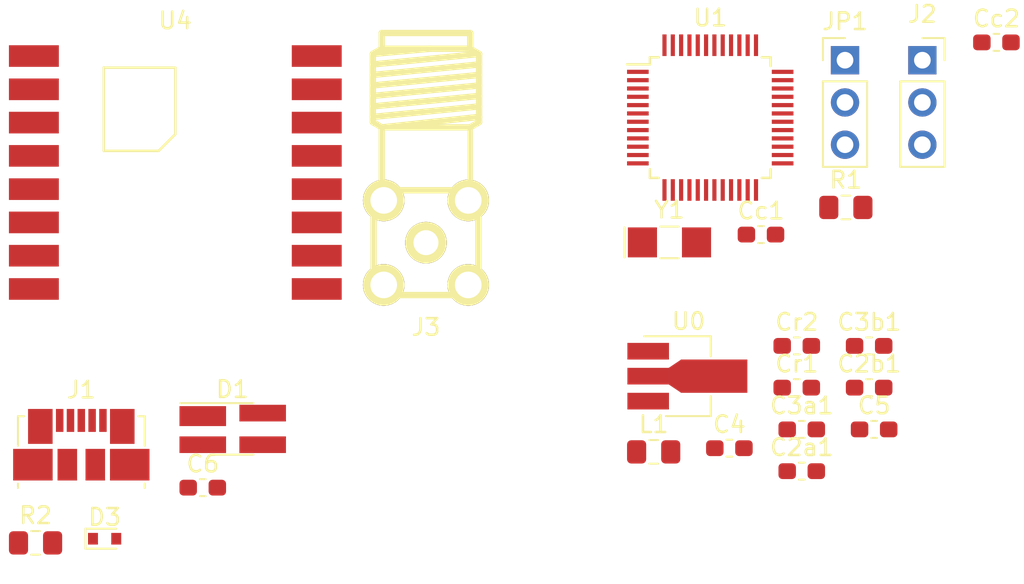
<source format=kicad_pcb>
(kicad_pcb (version 20171130) (host pcbnew 6.0.0-rc1-unknown-ce34a71~66~ubuntu18.04.1)

  (general
    (thickness 1.6)
    (drawings 0)
    (tracks 0)
    (zones 0)
    (modules 24)
    (nets 58)
  )

  (page A4)
  (layers
    (0 F.Cu signal)
    (31 B.Cu signal)
    (32 B.Adhes user)
    (33 F.Adhes user)
    (34 B.Paste user)
    (35 F.Paste user)
    (36 B.SilkS user)
    (37 F.SilkS user)
    (38 B.Mask user)
    (39 F.Mask user)
    (40 Dwgs.User user)
    (41 Cmts.User user)
    (42 Eco1.User user)
    (43 Eco2.User user)
    (44 Edge.Cuts user)
    (45 Margin user)
    (46 B.CrtYd user)
    (47 F.CrtYd user)
    (48 B.Fab user)
    (49 F.Fab user)
  )

  (setup
    (last_trace_width 0.25)
    (trace_clearance 0.2)
    (zone_clearance 0.508)
    (zone_45_only no)
    (trace_min 0.2)
    (via_size 0.8)
    (via_drill 0.4)
    (via_min_size 0.4)
    (via_min_drill 0.3)
    (uvia_size 0.3)
    (uvia_drill 0.1)
    (uvias_allowed no)
    (uvia_min_size 0.2)
    (uvia_min_drill 0.1)
    (edge_width 0.05)
    (segment_width 0.2)
    (pcb_text_width 0.3)
    (pcb_text_size 1.5 1.5)
    (mod_edge_width 0.12)
    (mod_text_size 1 1)
    (mod_text_width 0.15)
    (pad_size 1.524 1.524)
    (pad_drill 0.762)
    (pad_to_mask_clearance 0.051)
    (solder_mask_min_width 0.25)
    (aux_axis_origin 0 0)
    (visible_elements FFFFFF7F)
    (pcbplotparams
      (layerselection 0x010fc_ffffffff)
      (usegerberextensions false)
      (usegerberattributes false)
      (usegerberadvancedattributes false)
      (creategerberjobfile false)
      (excludeedgelayer true)
      (linewidth 0.100000)
      (plotframeref false)
      (viasonmask false)
      (mode 1)
      (useauxorigin false)
      (hpglpennumber 1)
      (hpglpenspeed 20)
      (hpglpendiameter 15.000000)
      (psnegative false)
      (psa4output false)
      (plotreference true)
      (plotvalue true)
      (plotinvisibletext false)
      (padsonsilk false)
      (subtractmaskfromsilk false)
      (outputformat 1)
      (mirror false)
      (drillshape 1)
      (scaleselection 1)
      (outputdirectory ""))
  )

  (net 0 "")
  (net 1 /3V3)
  (net 2 GND)
  (net 3 /VDDCORE)
  (net 4 "Net-(C6-Pad1)")
  (net 5 /VDDANA)
  (net 6 /XIN32)
  (net 7 /XOUT32)
  (net 8 /5V0)
  (net 9 /USB_P)
  (net 10 /USB_N)
  (net 11 /VBUS)
  (net 12 /USB_ID)
  (net 13 /USB/ID)
  (net 14 /SWDIO)
  (net 15 /SWCLK)
  (net 16 /RESET)
  (net 17 "Net-(J3-Pad1)")
  (net 18 /VIN)
  (net 19 /A0)
  (net 20 /AREF)
  (net 21 /LED)
  (net 22 /PB09)
  (net 23 /A3)
  (net 24 /A4)
  (net 25 /A5)
  (net 26 /A6)
  (net 27 /SDA)
  (net 28 /SCL)
  (net 29 /PIN_2)
  (net 30 /PIN_3)
  (net 31 /PIN_4)
  (net 32 /PIN_5)
  (net 33 /SD_MOSI)
  (net 34 /SD_SCK)
  (net 35 /SD_NSS)
  (net 36 /SD_MISO)
  (net 37 /MOSI)
  (net 38 /SCK)
  (net 39 /MISO)
  (net 40 /PIN_6)
  (net 41 /PIN_7)
  (net 42 /PIN_0)
  (net 43 /PIN_1)
  (net 44 /TX)
  (net 45 /RX)
  (net 46 /SD_CD)
  (net 47 /PA28)
  (net 48 /A1)
  (net 49 /A2)
  (net 50 /TRX_NSS)
  (net 51 /TRX_RST)
  (net 52 /Communication/DIO5)
  (net 53 /Communication/DIO3)
  (net 54 /Communication/DIO4)
  (net 55 /TRX_INT)
  (net 56 /Communication/DIO1)
  (net 57 /Communication/DIO2)

  (net_class Default "This is the default net class."
    (clearance 0.2)
    (trace_width 0.25)
    (via_dia 0.8)
    (via_drill 0.4)
    (uvia_dia 0.3)
    (uvia_drill 0.1)
    (add_net /3V3)
    (add_net /5V0)
    (add_net /A0)
    (add_net /A1)
    (add_net /A2)
    (add_net /A3)
    (add_net /A4)
    (add_net /A5)
    (add_net /A6)
    (add_net /AREF)
    (add_net /Communication/DIO1)
    (add_net /Communication/DIO2)
    (add_net /Communication/DIO3)
    (add_net /Communication/DIO4)
    (add_net /Communication/DIO5)
    (add_net /LED)
    (add_net /MISO)
    (add_net /MOSI)
    (add_net /PA28)
    (add_net /PB09)
    (add_net /PIN_0)
    (add_net /PIN_1)
    (add_net /PIN_2)
    (add_net /PIN_3)
    (add_net /PIN_4)
    (add_net /PIN_5)
    (add_net /PIN_6)
    (add_net /PIN_7)
    (add_net /RESET)
    (add_net /RX)
    (add_net /SCK)
    (add_net /SCL)
    (add_net /SDA)
    (add_net /SD_CD)
    (add_net /SD_MISO)
    (add_net /SD_MOSI)
    (add_net /SD_NSS)
    (add_net /SD_SCK)
    (add_net /SWCLK)
    (add_net /SWDIO)
    (add_net /TRX_INT)
    (add_net /TRX_NSS)
    (add_net /TRX_RST)
    (add_net /TX)
    (add_net /USB/ID)
    (add_net /USB_ID)
    (add_net /USB_N)
    (add_net /USB_P)
    (add_net /VBUS)
    (add_net /VDDANA)
    (add_net /VDDCORE)
    (add_net /VIN)
    (add_net /XIN32)
    (add_net /XOUT32)
    (add_net GND)
    (add_net "Net-(C6-Pad1)")
    (add_net "Net-(J3-Pad1)")
  )

  (net_class uC ""
    (clearance 0.2)
    (trace_width 0.25)
    (via_dia 1)
    (via_drill 0.7)
    (uvia_dia 0.3)
    (uvia_drill 0.1)
  )

  (module Capacitor_SMD:C_0603_1608Metric_Pad1.05x0.95mm_HandSolder (layer F.Cu) (tedit 5B301BBE) (tstamp 5BD3C7F6)
    (at 182.575001 90.245001)
    (descr "Capacitor SMD 0603 (1608 Metric), square (rectangular) end terminal, IPC_7351 nominal with elongated pad for handsoldering. (Body size source: http://www.tortai-tech.com/upload/download/2011102023233369053.pdf), generated with kicad-footprint-generator")
    (tags "capacitor handsolder")
    (path /5B6351C6/5B635382)
    (attr smd)
    (fp_text reference C4 (at 0 -1.43) (layer F.SilkS)
      (effects (font (size 1 1) (thickness 0.15)))
    )
    (fp_text value 10uF (at 0 1.43) (layer F.Fab)
      (effects (font (size 1 1) (thickness 0.15)))
    )
    (fp_line (start -0.8 0.4) (end -0.8 -0.4) (layer F.Fab) (width 0.1))
    (fp_line (start -0.8 -0.4) (end 0.8 -0.4) (layer F.Fab) (width 0.1))
    (fp_line (start 0.8 -0.4) (end 0.8 0.4) (layer F.Fab) (width 0.1))
    (fp_line (start 0.8 0.4) (end -0.8 0.4) (layer F.Fab) (width 0.1))
    (fp_line (start -0.171267 -0.51) (end 0.171267 -0.51) (layer F.SilkS) (width 0.12))
    (fp_line (start -0.171267 0.51) (end 0.171267 0.51) (layer F.SilkS) (width 0.12))
    (fp_line (start -1.65 0.73) (end -1.65 -0.73) (layer F.CrtYd) (width 0.05))
    (fp_line (start -1.65 -0.73) (end 1.65 -0.73) (layer F.CrtYd) (width 0.05))
    (fp_line (start 1.65 -0.73) (end 1.65 0.73) (layer F.CrtYd) (width 0.05))
    (fp_line (start 1.65 0.73) (end -1.65 0.73) (layer F.CrtYd) (width 0.05))
    (fp_text user %R (at 0 0) (layer F.Fab)
      (effects (font (size 0.4 0.4) (thickness 0.06)))
    )
    (pad 1 smd roundrect (at -0.875 0) (size 1.05 0.95) (layers F.Cu F.Paste F.Mask) (roundrect_rratio 0.25)
      (net 1 /3V3))
    (pad 2 smd roundrect (at 0.875 0) (size 1.05 0.95) (layers F.Cu F.Paste F.Mask) (roundrect_rratio 0.25)
      (net 2 GND))
    (model ${KISYS3DMOD}/Capacitor_SMD.3dshapes/C_0603_1608Metric.wrl
      (at (xyz 0 0 0))
      (scale (xyz 1 1 1))
      (rotate (xyz 0 0 0))
    )
  )

  (module Capacitor_SMD:C_0603_1608Metric_Pad1.05x0.95mm_HandSolder (layer F.Cu) (tedit 5B301BBE) (tstamp 5BD3C807)
    (at 191.275001 89.115001)
    (descr "Capacitor SMD 0603 (1608 Metric), square (rectangular) end terminal, IPC_7351 nominal with elongated pad for handsoldering. (Body size source: http://www.tortai-tech.com/upload/download/2011102023233369053.pdf), generated with kicad-footprint-generator")
    (tags "capacitor handsolder")
    (path /5B6351C6/5B635301)
    (attr smd)
    (fp_text reference C5 (at 0 -1.43) (layer F.SilkS)
      (effects (font (size 1 1) (thickness 0.15)))
    )
    (fp_text value 1uF (at 0 1.43) (layer F.Fab)
      (effects (font (size 1 1) (thickness 0.15)))
    )
    (fp_line (start -0.8 0.4) (end -0.8 -0.4) (layer F.Fab) (width 0.1))
    (fp_line (start -0.8 -0.4) (end 0.8 -0.4) (layer F.Fab) (width 0.1))
    (fp_line (start 0.8 -0.4) (end 0.8 0.4) (layer F.Fab) (width 0.1))
    (fp_line (start 0.8 0.4) (end -0.8 0.4) (layer F.Fab) (width 0.1))
    (fp_line (start -0.171267 -0.51) (end 0.171267 -0.51) (layer F.SilkS) (width 0.12))
    (fp_line (start -0.171267 0.51) (end 0.171267 0.51) (layer F.SilkS) (width 0.12))
    (fp_line (start -1.65 0.73) (end -1.65 -0.73) (layer F.CrtYd) (width 0.05))
    (fp_line (start -1.65 -0.73) (end 1.65 -0.73) (layer F.CrtYd) (width 0.05))
    (fp_line (start 1.65 -0.73) (end 1.65 0.73) (layer F.CrtYd) (width 0.05))
    (fp_line (start 1.65 0.73) (end -1.65 0.73) (layer F.CrtYd) (width 0.05))
    (fp_text user %R (at 0 0) (layer F.Fab)
      (effects (font (size 0.4 0.4) (thickness 0.06)))
    )
    (pad 1 smd roundrect (at -0.875 0) (size 1.05 0.95) (layers F.Cu F.Paste F.Mask) (roundrect_rratio 0.25)
      (net 3 /VDDCORE))
    (pad 2 smd roundrect (at 0.875 0) (size 1.05 0.95) (layers F.Cu F.Paste F.Mask) (roundrect_rratio 0.25)
      (net 2 GND))
    (model ${KISYS3DMOD}/Capacitor_SMD.3dshapes/C_0603_1608Metric.wrl
      (at (xyz 0 0 0))
      (scale (xyz 1 1 1))
      (rotate (xyz 0 0 0))
    )
  )

  (module Capacitor_SMD:C_0603_1608Metric_Pad1.05x0.95mm_HandSolder (layer F.Cu) (tedit 5B301BBE) (tstamp 5BD3C818)
    (at 150.925001 92.615001)
    (descr "Capacitor SMD 0603 (1608 Metric), square (rectangular) end terminal, IPC_7351 nominal with elongated pad for handsoldering. (Body size source: http://www.tortai-tech.com/upload/download/2011102023233369053.pdf), generated with kicad-footprint-generator")
    (tags "capacitor handsolder")
    (path /5B626331/5B62BE71)
    (attr smd)
    (fp_text reference C6 (at 0 -1.43) (layer F.SilkS)
      (effects (font (size 1 1) (thickness 0.15)))
    )
    (fp_text value 4.7nF (at 0 1.43) (layer F.Fab)
      (effects (font (size 1 1) (thickness 0.15)))
    )
    (fp_text user %R (at 0 0) (layer F.Fab)
      (effects (font (size 0.4 0.4) (thickness 0.06)))
    )
    (fp_line (start 1.65 0.73) (end -1.65 0.73) (layer F.CrtYd) (width 0.05))
    (fp_line (start 1.65 -0.73) (end 1.65 0.73) (layer F.CrtYd) (width 0.05))
    (fp_line (start -1.65 -0.73) (end 1.65 -0.73) (layer F.CrtYd) (width 0.05))
    (fp_line (start -1.65 0.73) (end -1.65 -0.73) (layer F.CrtYd) (width 0.05))
    (fp_line (start -0.171267 0.51) (end 0.171267 0.51) (layer F.SilkS) (width 0.12))
    (fp_line (start -0.171267 -0.51) (end 0.171267 -0.51) (layer F.SilkS) (width 0.12))
    (fp_line (start 0.8 0.4) (end -0.8 0.4) (layer F.Fab) (width 0.1))
    (fp_line (start 0.8 -0.4) (end 0.8 0.4) (layer F.Fab) (width 0.1))
    (fp_line (start -0.8 -0.4) (end 0.8 -0.4) (layer F.Fab) (width 0.1))
    (fp_line (start -0.8 0.4) (end -0.8 -0.4) (layer F.Fab) (width 0.1))
    (pad 2 smd roundrect (at 0.875 0) (size 1.05 0.95) (layers F.Cu F.Paste F.Mask) (roundrect_rratio 0.25)
      (net 2 GND))
    (pad 1 smd roundrect (at -0.875 0) (size 1.05 0.95) (layers F.Cu F.Paste F.Mask) (roundrect_rratio 0.25)
      (net 4 "Net-(C6-Pad1)"))
    (model ${KISYS3DMOD}/Capacitor_SMD.3dshapes/C_0603_1608Metric.wrl
      (at (xyz 0 0 0))
      (scale (xyz 1 1 1))
      (rotate (xyz 0 0 0))
    )
  )

  (module Capacitor_SMD:C_0603_1608Metric_Pad1.05x0.95mm_HandSolder (layer F.Cu) (tedit 5B301BBE) (tstamp 5BD3C829)
    (at 186.925001 91.625001)
    (descr "Capacitor SMD 0603 (1608 Metric), square (rectangular) end terminal, IPC_7351 nominal with elongated pad for handsoldering. (Body size source: http://www.tortai-tech.com/upload/download/2011102023233369053.pdf), generated with kicad-footprint-generator")
    (tags "capacitor handsolder")
    (path /5B6351C6/5B635342)
    (attr smd)
    (fp_text reference C2a1 (at 0 -1.43) (layer F.SilkS)
      (effects (font (size 1 1) (thickness 0.15)))
    )
    (fp_text value 10uF (at 0 1.43) (layer F.Fab)
      (effects (font (size 1 1) (thickness 0.15)))
    )
    (fp_text user %R (at 0 0) (layer F.Fab)
      (effects (font (size 0.4 0.4) (thickness 0.06)))
    )
    (fp_line (start 1.65 0.73) (end -1.65 0.73) (layer F.CrtYd) (width 0.05))
    (fp_line (start 1.65 -0.73) (end 1.65 0.73) (layer F.CrtYd) (width 0.05))
    (fp_line (start -1.65 -0.73) (end 1.65 -0.73) (layer F.CrtYd) (width 0.05))
    (fp_line (start -1.65 0.73) (end -1.65 -0.73) (layer F.CrtYd) (width 0.05))
    (fp_line (start -0.171267 0.51) (end 0.171267 0.51) (layer F.SilkS) (width 0.12))
    (fp_line (start -0.171267 -0.51) (end 0.171267 -0.51) (layer F.SilkS) (width 0.12))
    (fp_line (start 0.8 0.4) (end -0.8 0.4) (layer F.Fab) (width 0.1))
    (fp_line (start 0.8 -0.4) (end 0.8 0.4) (layer F.Fab) (width 0.1))
    (fp_line (start -0.8 -0.4) (end 0.8 -0.4) (layer F.Fab) (width 0.1))
    (fp_line (start -0.8 0.4) (end -0.8 -0.4) (layer F.Fab) (width 0.1))
    (pad 2 smd roundrect (at 0.875 0) (size 1.05 0.95) (layers F.Cu F.Paste F.Mask) (roundrect_rratio 0.25)
      (net 2 GND))
    (pad 1 smd roundrect (at -0.875 0) (size 1.05 0.95) (layers F.Cu F.Paste F.Mask) (roundrect_rratio 0.25)
      (net 5 /VDDANA))
    (model ${KISYS3DMOD}/Capacitor_SMD.3dshapes/C_0603_1608Metric.wrl
      (at (xyz 0 0 0))
      (scale (xyz 1 1 1))
      (rotate (xyz 0 0 0))
    )
  )

  (module Capacitor_SMD:C_0603_1608Metric_Pad1.05x0.95mm_HandSolder (layer F.Cu) (tedit 5B301BBE) (tstamp 5BD3C83A)
    (at 190.975001 86.605001)
    (descr "Capacitor SMD 0603 (1608 Metric), square (rectangular) end terminal, IPC_7351 nominal with elongated pad for handsoldering. (Body size source: http://www.tortai-tech.com/upload/download/2011102023233369053.pdf), generated with kicad-footprint-generator")
    (tags "capacitor handsolder")
    (path /5B6351C6/5B635202)
    (attr smd)
    (fp_text reference C2b1 (at 0 -1.43) (layer F.SilkS)
      (effects (font (size 1 1) (thickness 0.15)))
    )
    (fp_text value 100nF (at 0 1.43) (layer F.Fab)
      (effects (font (size 1 1) (thickness 0.15)))
    )
    (fp_text user %R (at 0 0) (layer F.Fab)
      (effects (font (size 0.4 0.4) (thickness 0.06)))
    )
    (fp_line (start 1.65 0.73) (end -1.65 0.73) (layer F.CrtYd) (width 0.05))
    (fp_line (start 1.65 -0.73) (end 1.65 0.73) (layer F.CrtYd) (width 0.05))
    (fp_line (start -1.65 -0.73) (end 1.65 -0.73) (layer F.CrtYd) (width 0.05))
    (fp_line (start -1.65 0.73) (end -1.65 -0.73) (layer F.CrtYd) (width 0.05))
    (fp_line (start -0.171267 0.51) (end 0.171267 0.51) (layer F.SilkS) (width 0.12))
    (fp_line (start -0.171267 -0.51) (end 0.171267 -0.51) (layer F.SilkS) (width 0.12))
    (fp_line (start 0.8 0.4) (end -0.8 0.4) (layer F.Fab) (width 0.1))
    (fp_line (start 0.8 -0.4) (end 0.8 0.4) (layer F.Fab) (width 0.1))
    (fp_line (start -0.8 -0.4) (end 0.8 -0.4) (layer F.Fab) (width 0.1))
    (fp_line (start -0.8 0.4) (end -0.8 -0.4) (layer F.Fab) (width 0.1))
    (pad 2 smd roundrect (at 0.875 0) (size 1.05 0.95) (layers F.Cu F.Paste F.Mask) (roundrect_rratio 0.25)
      (net 2 GND))
    (pad 1 smd roundrect (at -0.875 0) (size 1.05 0.95) (layers F.Cu F.Paste F.Mask) (roundrect_rratio 0.25)
      (net 5 /VDDANA))
    (model ${KISYS3DMOD}/Capacitor_SMD.3dshapes/C_0603_1608Metric.wrl
      (at (xyz 0 0 0))
      (scale (xyz 1 1 1))
      (rotate (xyz 0 0 0))
    )
  )

  (module Capacitor_SMD:C_0603_1608Metric_Pad1.05x0.95mm_HandSolder (layer F.Cu) (tedit 5B301BBE) (tstamp 5BD3C84B)
    (at 186.925001 89.115001)
    (descr "Capacitor SMD 0603 (1608 Metric), square (rectangular) end terminal, IPC_7351 nominal with elongated pad for handsoldering. (Body size source: http://www.tortai-tech.com/upload/download/2011102023233369053.pdf), generated with kicad-footprint-generator")
    (tags "capacitor handsolder")
    (path /5B6351C6/5B6353CA)
    (attr smd)
    (fp_text reference C3a1 (at 0 -1.43) (layer F.SilkS)
      (effects (font (size 1 1) (thickness 0.15)))
    )
    (fp_text value 100nF (at 0 1.43) (layer F.Fab)
      (effects (font (size 1 1) (thickness 0.15)))
    )
    (fp_text user %R (at 0 0) (layer F.Fab)
      (effects (font (size 0.4 0.4) (thickness 0.06)))
    )
    (fp_line (start 1.65 0.73) (end -1.65 0.73) (layer F.CrtYd) (width 0.05))
    (fp_line (start 1.65 -0.73) (end 1.65 0.73) (layer F.CrtYd) (width 0.05))
    (fp_line (start -1.65 -0.73) (end 1.65 -0.73) (layer F.CrtYd) (width 0.05))
    (fp_line (start -1.65 0.73) (end -1.65 -0.73) (layer F.CrtYd) (width 0.05))
    (fp_line (start -0.171267 0.51) (end 0.171267 0.51) (layer F.SilkS) (width 0.12))
    (fp_line (start -0.171267 -0.51) (end 0.171267 -0.51) (layer F.SilkS) (width 0.12))
    (fp_line (start 0.8 0.4) (end -0.8 0.4) (layer F.Fab) (width 0.1))
    (fp_line (start 0.8 -0.4) (end 0.8 0.4) (layer F.Fab) (width 0.1))
    (fp_line (start -0.8 -0.4) (end 0.8 -0.4) (layer F.Fab) (width 0.1))
    (fp_line (start -0.8 0.4) (end -0.8 -0.4) (layer F.Fab) (width 0.1))
    (pad 2 smd roundrect (at 0.875 0) (size 1.05 0.95) (layers F.Cu F.Paste F.Mask) (roundrect_rratio 0.25)
      (net 2 GND))
    (pad 1 smd roundrect (at -0.875 0) (size 1.05 0.95) (layers F.Cu F.Paste F.Mask) (roundrect_rratio 0.25)
      (net 1 /3V3))
    (model ${KISYS3DMOD}/Capacitor_SMD.3dshapes/C_0603_1608Metric.wrl
      (at (xyz 0 0 0))
      (scale (xyz 1 1 1))
      (rotate (xyz 0 0 0))
    )
  )

  (module Capacitor_SMD:C_0603_1608Metric_Pad1.05x0.95mm_HandSolder (layer F.Cu) (tedit 5B301BBE) (tstamp 5BD3C85C)
    (at 190.975001 84.095001)
    (descr "Capacitor SMD 0603 (1608 Metric), square (rectangular) end terminal, IPC_7351 nominal with elongated pad for handsoldering. (Body size source: http://www.tortai-tech.com/upload/download/2011102023233369053.pdf), generated with kicad-footprint-generator")
    (tags "capacitor handsolder")
    (path /5B6351C6/5B6353F2)
    (attr smd)
    (fp_text reference C3b1 (at 0 -1.43) (layer F.SilkS)
      (effects (font (size 1 1) (thickness 0.15)))
    )
    (fp_text value 100nF (at 0 1.43) (layer F.Fab)
      (effects (font (size 1 1) (thickness 0.15)))
    )
    (fp_line (start -0.8 0.4) (end -0.8 -0.4) (layer F.Fab) (width 0.1))
    (fp_line (start -0.8 -0.4) (end 0.8 -0.4) (layer F.Fab) (width 0.1))
    (fp_line (start 0.8 -0.4) (end 0.8 0.4) (layer F.Fab) (width 0.1))
    (fp_line (start 0.8 0.4) (end -0.8 0.4) (layer F.Fab) (width 0.1))
    (fp_line (start -0.171267 -0.51) (end 0.171267 -0.51) (layer F.SilkS) (width 0.12))
    (fp_line (start -0.171267 0.51) (end 0.171267 0.51) (layer F.SilkS) (width 0.12))
    (fp_line (start -1.65 0.73) (end -1.65 -0.73) (layer F.CrtYd) (width 0.05))
    (fp_line (start -1.65 -0.73) (end 1.65 -0.73) (layer F.CrtYd) (width 0.05))
    (fp_line (start 1.65 -0.73) (end 1.65 0.73) (layer F.CrtYd) (width 0.05))
    (fp_line (start 1.65 0.73) (end -1.65 0.73) (layer F.CrtYd) (width 0.05))
    (fp_text user %R (at 0 0) (layer F.Fab)
      (effects (font (size 0.4 0.4) (thickness 0.06)))
    )
    (pad 1 smd roundrect (at -0.875 0) (size 1.05 0.95) (layers F.Cu F.Paste F.Mask) (roundrect_rratio 0.25)
      (net 1 /3V3))
    (pad 2 smd roundrect (at 0.875 0) (size 1.05 0.95) (layers F.Cu F.Paste F.Mask) (roundrect_rratio 0.25)
      (net 2 GND))
    (model ${KISYS3DMOD}/Capacitor_SMD.3dshapes/C_0603_1608Metric.wrl
      (at (xyz 0 0 0))
      (scale (xyz 1 1 1))
      (rotate (xyz 0 0 0))
    )
  )

  (module Capacitor_SMD:C_0603_1608Metric_Pad1.05x0.95mm_HandSolder (layer F.Cu) (tedit 5B301BBE) (tstamp 5BD3C86D)
    (at 184.475001 77.405001)
    (descr "Capacitor SMD 0603 (1608 Metric), square (rectangular) end terminal, IPC_7351 nominal with elongated pad for handsoldering. (Body size source: http://www.tortai-tech.com/upload/download/2011102023233369053.pdf), generated with kicad-footprint-generator")
    (tags "capacitor handsolder")
    (path /5B653719)
    (attr smd)
    (fp_text reference Cc1 (at 0 -1.43) (layer F.SilkS)
      (effects (font (size 1 1) (thickness 0.15)))
    )
    (fp_text value 9pF (at 0 1.43) (layer F.Fab)
      (effects (font (size 1 1) (thickness 0.15)))
    )
    (fp_line (start -0.8 0.4) (end -0.8 -0.4) (layer F.Fab) (width 0.1))
    (fp_line (start -0.8 -0.4) (end 0.8 -0.4) (layer F.Fab) (width 0.1))
    (fp_line (start 0.8 -0.4) (end 0.8 0.4) (layer F.Fab) (width 0.1))
    (fp_line (start 0.8 0.4) (end -0.8 0.4) (layer F.Fab) (width 0.1))
    (fp_line (start -0.171267 -0.51) (end 0.171267 -0.51) (layer F.SilkS) (width 0.12))
    (fp_line (start -0.171267 0.51) (end 0.171267 0.51) (layer F.SilkS) (width 0.12))
    (fp_line (start -1.65 0.73) (end -1.65 -0.73) (layer F.CrtYd) (width 0.05))
    (fp_line (start -1.65 -0.73) (end 1.65 -0.73) (layer F.CrtYd) (width 0.05))
    (fp_line (start 1.65 -0.73) (end 1.65 0.73) (layer F.CrtYd) (width 0.05))
    (fp_line (start 1.65 0.73) (end -1.65 0.73) (layer F.CrtYd) (width 0.05))
    (fp_text user %R (at 0 0) (layer F.Fab)
      (effects (font (size 0.4 0.4) (thickness 0.06)))
    )
    (pad 1 smd roundrect (at -0.875 0) (size 1.05 0.95) (layers F.Cu F.Paste F.Mask) (roundrect_rratio 0.25)
      (net 6 /XIN32))
    (pad 2 smd roundrect (at 0.875 0) (size 1.05 0.95) (layers F.Cu F.Paste F.Mask) (roundrect_rratio 0.25)
      (net 2 GND))
    (model ${KISYS3DMOD}/Capacitor_SMD.3dshapes/C_0603_1608Metric.wrl
      (at (xyz 0 0 0))
      (scale (xyz 1 1 1))
      (rotate (xyz 0 0 0))
    )
  )

  (module Capacitor_SMD:C_0603_1608Metric_Pad1.05x0.95mm_HandSolder (layer F.Cu) (tedit 5B301BBE) (tstamp 5BD3C87E)
    (at 198.625001 65.855001)
    (descr "Capacitor SMD 0603 (1608 Metric), square (rectangular) end terminal, IPC_7351 nominal with elongated pad for handsoldering. (Body size source: http://www.tortai-tech.com/upload/download/2011102023233369053.pdf), generated with kicad-footprint-generator")
    (tags "capacitor handsolder")
    (path /5B653749)
    (attr smd)
    (fp_text reference Cc2 (at 0 -1.43) (layer F.SilkS)
      (effects (font (size 1 1) (thickness 0.15)))
    )
    (fp_text value 9pF (at 0 1.43) (layer F.Fab)
      (effects (font (size 1 1) (thickness 0.15)))
    )
    (fp_line (start -0.8 0.4) (end -0.8 -0.4) (layer F.Fab) (width 0.1))
    (fp_line (start -0.8 -0.4) (end 0.8 -0.4) (layer F.Fab) (width 0.1))
    (fp_line (start 0.8 -0.4) (end 0.8 0.4) (layer F.Fab) (width 0.1))
    (fp_line (start 0.8 0.4) (end -0.8 0.4) (layer F.Fab) (width 0.1))
    (fp_line (start -0.171267 -0.51) (end 0.171267 -0.51) (layer F.SilkS) (width 0.12))
    (fp_line (start -0.171267 0.51) (end 0.171267 0.51) (layer F.SilkS) (width 0.12))
    (fp_line (start -1.65 0.73) (end -1.65 -0.73) (layer F.CrtYd) (width 0.05))
    (fp_line (start -1.65 -0.73) (end 1.65 -0.73) (layer F.CrtYd) (width 0.05))
    (fp_line (start 1.65 -0.73) (end 1.65 0.73) (layer F.CrtYd) (width 0.05))
    (fp_line (start 1.65 0.73) (end -1.65 0.73) (layer F.CrtYd) (width 0.05))
    (fp_text user %R (at 0 0) (layer F.Fab)
      (effects (font (size 0.4 0.4) (thickness 0.06)))
    )
    (pad 1 smd roundrect (at -0.875 0) (size 1.05 0.95) (layers F.Cu F.Paste F.Mask) (roundrect_rratio 0.25)
      (net 7 /XOUT32))
    (pad 2 smd roundrect (at 0.875 0) (size 1.05 0.95) (layers F.Cu F.Paste F.Mask) (roundrect_rratio 0.25)
      (net 2 GND))
    (model ${KISYS3DMOD}/Capacitor_SMD.3dshapes/C_0603_1608Metric.wrl
      (at (xyz 0 0 0))
      (scale (xyz 1 1 1))
      (rotate (xyz 0 0 0))
    )
  )

  (module Capacitor_SMD:C_0603_1608Metric_Pad1.05x0.95mm_HandSolder (layer F.Cu) (tedit 5B301BBE) (tstamp 5BD3C88F)
    (at 186.625001 86.605001)
    (descr "Capacitor SMD 0603 (1608 Metric), square (rectangular) end terminal, IPC_7351 nominal with elongated pad for handsoldering. (Body size source: http://www.tortai-tech.com/upload/download/2011102023233369053.pdf), generated with kicad-footprint-generator")
    (tags "capacitor handsolder")
    (path /5B6351C6/5BB30701)
    (attr smd)
    (fp_text reference Cr1 (at 0 -1.43) (layer F.SilkS)
      (effects (font (size 1 1) (thickness 0.15)))
    )
    (fp_text value 1uF (at 0 1.43) (layer F.Fab)
      (effects (font (size 1 1) (thickness 0.15)))
    )
    (fp_text user %R (at 0 0) (layer F.Fab)
      (effects (font (size 0.4 0.4) (thickness 0.06)))
    )
    (fp_line (start 1.65 0.73) (end -1.65 0.73) (layer F.CrtYd) (width 0.05))
    (fp_line (start 1.65 -0.73) (end 1.65 0.73) (layer F.CrtYd) (width 0.05))
    (fp_line (start -1.65 -0.73) (end 1.65 -0.73) (layer F.CrtYd) (width 0.05))
    (fp_line (start -1.65 0.73) (end -1.65 -0.73) (layer F.CrtYd) (width 0.05))
    (fp_line (start -0.171267 0.51) (end 0.171267 0.51) (layer F.SilkS) (width 0.12))
    (fp_line (start -0.171267 -0.51) (end 0.171267 -0.51) (layer F.SilkS) (width 0.12))
    (fp_line (start 0.8 0.4) (end -0.8 0.4) (layer F.Fab) (width 0.1))
    (fp_line (start 0.8 -0.4) (end 0.8 0.4) (layer F.Fab) (width 0.1))
    (fp_line (start -0.8 -0.4) (end 0.8 -0.4) (layer F.Fab) (width 0.1))
    (fp_line (start -0.8 0.4) (end -0.8 -0.4) (layer F.Fab) (width 0.1))
    (pad 2 smd roundrect (at 0.875 0) (size 1.05 0.95) (layers F.Cu F.Paste F.Mask) (roundrect_rratio 0.25)
      (net 2 GND))
    (pad 1 smd roundrect (at -0.875 0) (size 1.05 0.95) (layers F.Cu F.Paste F.Mask) (roundrect_rratio 0.25)
      (net 8 /5V0))
    (model ${KISYS3DMOD}/Capacitor_SMD.3dshapes/C_0603_1608Metric.wrl
      (at (xyz 0 0 0))
      (scale (xyz 1 1 1))
      (rotate (xyz 0 0 0))
    )
  )

  (module Capacitor_SMD:C_0603_1608Metric_Pad1.05x0.95mm_HandSolder (layer F.Cu) (tedit 5B301BBE) (tstamp 5BD3C8A0)
    (at 186.625001 84.095001)
    (descr "Capacitor SMD 0603 (1608 Metric), square (rectangular) end terminal, IPC_7351 nominal with elongated pad for handsoldering. (Body size source: http://www.tortai-tech.com/upload/download/2011102023233369053.pdf), generated with kicad-footprint-generator")
    (tags "capacitor handsolder")
    (path /5B6351C6/5BB3073D)
    (attr smd)
    (fp_text reference Cr2 (at 0 -1.43) (layer F.SilkS)
      (effects (font (size 1 1) (thickness 0.15)))
    )
    (fp_text value 1uF (at 0 1.43) (layer F.Fab)
      (effects (font (size 1 1) (thickness 0.15)))
    )
    (fp_line (start -0.8 0.4) (end -0.8 -0.4) (layer F.Fab) (width 0.1))
    (fp_line (start -0.8 -0.4) (end 0.8 -0.4) (layer F.Fab) (width 0.1))
    (fp_line (start 0.8 -0.4) (end 0.8 0.4) (layer F.Fab) (width 0.1))
    (fp_line (start 0.8 0.4) (end -0.8 0.4) (layer F.Fab) (width 0.1))
    (fp_line (start -0.171267 -0.51) (end 0.171267 -0.51) (layer F.SilkS) (width 0.12))
    (fp_line (start -0.171267 0.51) (end 0.171267 0.51) (layer F.SilkS) (width 0.12))
    (fp_line (start -1.65 0.73) (end -1.65 -0.73) (layer F.CrtYd) (width 0.05))
    (fp_line (start -1.65 -0.73) (end 1.65 -0.73) (layer F.CrtYd) (width 0.05))
    (fp_line (start 1.65 -0.73) (end 1.65 0.73) (layer F.CrtYd) (width 0.05))
    (fp_line (start 1.65 0.73) (end -1.65 0.73) (layer F.CrtYd) (width 0.05))
    (fp_text user %R (at 0 0) (layer F.Fab)
      (effects (font (size 0.4 0.4) (thickness 0.06)))
    )
    (pad 1 smd roundrect (at -0.875 0) (size 1.05 0.95) (layers F.Cu F.Paste F.Mask) (roundrect_rratio 0.25)
      (net 1 /3V3))
    (pad 2 smd roundrect (at 0.875 0) (size 1.05 0.95) (layers F.Cu F.Paste F.Mask) (roundrect_rratio 0.25)
      (net 2 GND))
    (model ${KISYS3DMOD}/Capacitor_SMD.3dshapes/C_0603_1608Metric.wrl
      (at (xyz 0 0 0))
      (scale (xyz 1 1 1))
      (rotate (xyz 0 0 0))
    )
  )

  (module Package_TO_SOT_SMD:SOT-143_Handsoldering (layer F.Cu) (tedit 5A02FF57) (tstamp 5BD3C8B4)
    (at 152.725001 89.085001)
    (descr "SOT-143 Handsoldering")
    (tags "SOT-143 Handsoldering")
    (path /5B626331/5B62BD6A)
    (attr smd)
    (fp_text reference D1 (at -0.02 -2.38) (layer F.SilkS)
      (effects (font (size 1 1) (thickness 0.15)))
    )
    (fp_text value PRTR5V0U2X (at -0.02 2.48) (layer F.Fab)
      (effects (font (size 1 1) (thickness 0.15)))
    )
    (fp_text user %R (at 0 0 90) (layer F.Fab)
      (effects (font (size 0.5 0.5) (thickness 0.075)))
    )
    (fp_line (start 1.25 1.55) (end -1.25 1.55) (layer F.SilkS) (width 0.12))
    (fp_line (start 1.25 -1.55) (end -3.15 -1.55) (layer F.SilkS) (width 0.12))
    (fp_line (start -0.6 -1.5) (end -1.2 -1) (layer F.Fab) (width 0.1))
    (fp_line (start -0.6 -1.5) (end 1.2 -1.5) (layer F.Fab) (width 0.1))
    (fp_line (start -1.2 1.5) (end -1.2 -1) (layer F.Fab) (width 0.1))
    (fp_line (start 1.2 1.5) (end -1.2 1.5) (layer F.Fab) (width 0.1))
    (fp_line (start 1.2 -1.5) (end 1.2 1.5) (layer F.Fab) (width 0.1))
    (fp_line (start 3.45 -1.75) (end 3.45 1.75) (layer F.CrtYd) (width 0.05))
    (fp_line (start 3.45 -1.75) (end -3.45 -1.75) (layer F.CrtYd) (width 0.05))
    (fp_line (start -3.45 1.75) (end 3.45 1.75) (layer F.CrtYd) (width 0.05))
    (fp_line (start -3.45 1.75) (end -3.45 -1.75) (layer F.CrtYd) (width 0.05))
    (pad 1 smd rect (at -1.8 -0.77 270) (size 1.2 2.8) (layers F.Cu F.Paste F.Mask)
      (net 4 "Net-(C6-Pad1)"))
    (pad 2 smd rect (at -1.8 0.95 270) (size 1 2.8) (layers F.Cu F.Paste F.Mask)
      (net 9 /USB_P))
    (pad 3 smd rect (at 1.8 0.95 270) (size 1 2.8) (layers F.Cu F.Paste F.Mask)
      (net 10 /USB_N))
    (pad 4 smd trapezoid (at 1.8 -0.95 270) (size 1 2.8) (layers F.Cu F.Paste F.Mask)
      (net 11 /VBUS))
    (model ${KISYS3DMOD}/Package_TO_SOT_SMD.3dshapes/SOT-143.wrl
      (at (xyz 0 0 0))
      (scale (xyz 1 1 1))
      (rotate (xyz 0 0 0))
    )
  )

  (module Diode_SMD:D_SOD-523 (layer F.Cu) (tedit 586419F0) (tstamp 5BD3C8CC)
    (at 145.025001 95.685001)
    (descr "http://www.diodes.com/datasheets/ap02001.pdf p.144")
    (tags "Diode SOD523")
    (path /5B626331/5BB753F5)
    (attr smd)
    (fp_text reference D3 (at 0 -1.3) (layer F.SilkS)
      (effects (font (size 1 1) (thickness 0.15)))
    )
    (fp_text value D_Schottky (at 0 1.4) (layer F.Fab)
      (effects (font (size 1 1) (thickness 0.15)))
    )
    (fp_text user %R (at 0 -1.3) (layer F.Fab)
      (effects (font (size 1 1) (thickness 0.15)))
    )
    (fp_line (start -1.15 -0.6) (end -1.15 0.6) (layer F.SilkS) (width 0.12))
    (fp_line (start 1.25 -0.7) (end 1.25 0.7) (layer F.CrtYd) (width 0.05))
    (fp_line (start -1.25 -0.7) (end 1.25 -0.7) (layer F.CrtYd) (width 0.05))
    (fp_line (start -1.25 0.7) (end -1.25 -0.7) (layer F.CrtYd) (width 0.05))
    (fp_line (start 1.25 0.7) (end -1.25 0.7) (layer F.CrtYd) (width 0.05))
    (fp_line (start 0.1 0) (end 0.25 0) (layer F.Fab) (width 0.1))
    (fp_line (start 0.1 -0.2) (end -0.2 0) (layer F.Fab) (width 0.1))
    (fp_line (start 0.1 0.2) (end 0.1 -0.2) (layer F.Fab) (width 0.1))
    (fp_line (start -0.2 0) (end 0.1 0.2) (layer F.Fab) (width 0.1))
    (fp_line (start -0.2 0) (end -0.35 0) (layer F.Fab) (width 0.1))
    (fp_line (start -0.2 0.2) (end -0.2 -0.2) (layer F.Fab) (width 0.1))
    (fp_line (start 0.65 -0.45) (end 0.65 0.45) (layer F.Fab) (width 0.1))
    (fp_line (start -0.65 -0.45) (end 0.65 -0.45) (layer F.Fab) (width 0.1))
    (fp_line (start -0.65 0.45) (end -0.65 -0.45) (layer F.Fab) (width 0.1))
    (fp_line (start 0.65 0.45) (end -0.65 0.45) (layer F.Fab) (width 0.1))
    (fp_line (start 0.7 -0.6) (end -1.15 -0.6) (layer F.SilkS) (width 0.12))
    (fp_line (start 0.7 0.6) (end -1.15 0.6) (layer F.SilkS) (width 0.12))
    (pad 2 smd rect (at 0.7 0 180) (size 0.6 0.7) (layers F.Cu F.Paste F.Mask)
      (net 12 /USB_ID))
    (pad 1 smd rect (at -0.7 0 180) (size 0.6 0.7) (layers F.Cu F.Paste F.Mask)
      (net 13 /USB/ID))
    (model ${KISYS3DMOD}/Diode_SMD.3dshapes/D_SOD-523.wrl
      (at (xyz 0 0 0))
      (scale (xyz 1 1 1))
      (rotate (xyz 0 0 0))
    )
  )

  (module Connector_USB:USB_Micro-B_Molex_47346-0001 (layer F.Cu) (tedit 5A1DC0BD) (tstamp 5BD3C8EC)
    (at 143.625001 90.035001)
    (descr "Micro USB B receptable with flange, bottom-mount, SMD, right-angle (http://www.molex.com/pdm_docs/sd/473460001_sd.pdf)")
    (tags "Micro B USB SMD")
    (path /5B626331/5B62635D)
    (attr smd)
    (fp_text reference J1 (at 0 -3.3 180) (layer F.SilkS)
      (effects (font (size 1 1) (thickness 0.15)))
    )
    (fp_text value USB_B_Micro (at 0 4.6 180) (layer F.Fab)
      (effects (font (size 1 1) (thickness 0.15)))
    )
    (fp_text user "PCB Edge" (at 0 2.67 180) (layer Dwgs.User)
      (effects (font (size 0.4 0.4) (thickness 0.04)))
    )
    (fp_text user %R (at 0 1.2) (layer F.Fab)
      (effects (font (size 1 1) (thickness 0.15)))
    )
    (fp_line (start 3.81 -1.71) (end 3.43 -1.71) (layer F.SilkS) (width 0.12))
    (fp_line (start 4.6 3.9) (end -4.6 3.9) (layer F.CrtYd) (width 0.05))
    (fp_line (start 4.6 -2.7) (end 4.6 3.9) (layer F.CrtYd) (width 0.05))
    (fp_line (start -4.6 -2.7) (end 4.6 -2.7) (layer F.CrtYd) (width 0.05))
    (fp_line (start -4.6 3.9) (end -4.6 -2.7) (layer F.CrtYd) (width 0.05))
    (fp_line (start 3.75 3.35) (end -3.75 3.35) (layer F.Fab) (width 0.1))
    (fp_line (start 3.75 -1.65) (end 3.75 3.35) (layer F.Fab) (width 0.1))
    (fp_line (start -3.75 -1.65) (end 3.75 -1.65) (layer F.Fab) (width 0.1))
    (fp_line (start -3.75 3.35) (end -3.75 -1.65) (layer F.Fab) (width 0.1))
    (fp_line (start 3.81 2.34) (end 3.81 2.6) (layer F.SilkS) (width 0.12))
    (fp_line (start 3.81 -1.71) (end 3.81 0.06) (layer F.SilkS) (width 0.12))
    (fp_line (start -3.81 -1.71) (end -3.43 -1.71) (layer F.SilkS) (width 0.12))
    (fp_line (start -3.81 0.06) (end -3.81 -1.71) (layer F.SilkS) (width 0.12))
    (fp_line (start -3.81 2.6) (end -3.81 2.34) (layer F.SilkS) (width 0.12))
    (fp_line (start -3.25 2.65) (end 3.25 2.65) (layer F.Fab) (width 0.1))
    (pad 1 smd rect (at -1.3 -1.46) (size 0.45 1.38) (layers F.Cu F.Paste F.Mask)
      (net 11 /VBUS))
    (pad 2 smd rect (at -0.65 -1.46) (size 0.45 1.38) (layers F.Cu F.Paste F.Mask)
      (net 10 /USB_N))
    (pad 3 smd rect (at 0 -1.46) (size 0.45 1.38) (layers F.Cu F.Paste F.Mask)
      (net 9 /USB_P))
    (pad 4 smd rect (at 0.65 -1.46) (size 0.45 1.38) (layers F.Cu F.Paste F.Mask)
      (net 13 /USB/ID))
    (pad 5 smd rect (at 1.3 -1.46) (size 0.45 1.38) (layers F.Cu F.Paste F.Mask)
      (net 2 GND))
    (pad 6 smd rect (at -2.4625 -1.1) (size 1.475 2.1) (layers F.Cu F.Paste F.Mask)
      (net 2 GND))
    (pad 6 smd rect (at 2.4625 -1.1) (size 1.475 2.1) (layers F.Cu F.Paste F.Mask)
      (net 2 GND))
    (pad 6 smd rect (at -2.91 1.2) (size 2.375 1.9) (layers F.Cu F.Paste F.Mask)
      (net 2 GND))
    (pad 6 smd rect (at 2.91 1.2) (size 2.375 1.9) (layers F.Cu F.Paste F.Mask)
      (net 2 GND))
    (pad 6 smd rect (at -0.84 1.2) (size 1.175 1.9) (layers F.Cu F.Paste F.Mask)
      (net 2 GND))
    (pad 6 smd rect (at 0.84 1.2) (size 1.175 1.9) (layers F.Cu F.Paste F.Mask)
      (net 2 GND))
    (model ${KISYS3DMOD}/Connector_USB.3dshapes/USB_Micro-B_Molex_47346-0001.wrl
      (at (xyz 0 0 0))
      (scale (xyz 1 1 1))
      (rotate (xyz 0 0 0))
    )
  )

  (module Connector_PinSocket_2.54mm:PinSocket_1x03_P2.54mm_Vertical (layer F.Cu) (tedit 5A19A429) (tstamp 5BD3C903)
    (at 194.175001 66.925001)
    (descr "Through hole straight socket strip, 1x03, 2.54mm pitch, single row (from Kicad 4.0.7), script generated")
    (tags "Through hole socket strip THT 1x03 2.54mm single row")
    (path /5BD799EE)
    (fp_text reference J2 (at 0 -2.77) (layer F.SilkS)
      (effects (font (size 1 1) (thickness 0.15)))
    )
    (fp_text value Programmer (at 0 7.85) (layer F.Fab)
      (effects (font (size 1 1) (thickness 0.15)))
    )
    (fp_line (start -1.27 -1.27) (end 0.635 -1.27) (layer F.Fab) (width 0.1))
    (fp_line (start 0.635 -1.27) (end 1.27 -0.635) (layer F.Fab) (width 0.1))
    (fp_line (start 1.27 -0.635) (end 1.27 6.35) (layer F.Fab) (width 0.1))
    (fp_line (start 1.27 6.35) (end -1.27 6.35) (layer F.Fab) (width 0.1))
    (fp_line (start -1.27 6.35) (end -1.27 -1.27) (layer F.Fab) (width 0.1))
    (fp_line (start -1.33 1.27) (end 1.33 1.27) (layer F.SilkS) (width 0.12))
    (fp_line (start -1.33 1.27) (end -1.33 6.41) (layer F.SilkS) (width 0.12))
    (fp_line (start -1.33 6.41) (end 1.33 6.41) (layer F.SilkS) (width 0.12))
    (fp_line (start 1.33 1.27) (end 1.33 6.41) (layer F.SilkS) (width 0.12))
    (fp_line (start 1.33 -1.33) (end 1.33 0) (layer F.SilkS) (width 0.12))
    (fp_line (start 0 -1.33) (end 1.33 -1.33) (layer F.SilkS) (width 0.12))
    (fp_line (start -1.8 -1.8) (end 1.75 -1.8) (layer F.CrtYd) (width 0.05))
    (fp_line (start 1.75 -1.8) (end 1.75 6.85) (layer F.CrtYd) (width 0.05))
    (fp_line (start 1.75 6.85) (end -1.8 6.85) (layer F.CrtYd) (width 0.05))
    (fp_line (start -1.8 6.85) (end -1.8 -1.8) (layer F.CrtYd) (width 0.05))
    (fp_text user %R (at 0 2.54 90) (layer F.Fab)
      (effects (font (size 1 1) (thickness 0.15)))
    )
    (pad 1 thru_hole rect (at 0 0) (size 1.7 1.7) (drill 1) (layers *.Cu *.Mask)
      (net 14 /SWDIO))
    (pad 2 thru_hole oval (at 0 2.54) (size 1.7 1.7) (drill 1) (layers *.Cu *.Mask)
      (net 15 /SWCLK))
    (pad 3 thru_hole oval (at 0 5.08) (size 1.7 1.7) (drill 1) (layers *.Cu *.Mask)
      (net 16 /RESET))
    (model ${KISYS3DMOD}/Connector_PinSocket_2.54mm.3dshapes/PinSocket_1x03_P2.54mm_Vertical.wrl
      (at (xyz 0 0 0))
      (scale (xyz 1 1 1))
      (rotate (xyz 0 0 0))
    )
  )

  (module Antenna:SMA (layer F.Cu) (tedit 5878D1E8) (tstamp 5BD3C925)
    (at 164.34 77.891441)
    (path /5BD13DD6/5BD153FD)
    (fp_text reference J3 (at 0 5.08) (layer F.SilkS)
      (effects (font (size 1 1) (thickness 0.15)))
    )
    (fp_text value SMA (at 0 -5.08) (layer F.Fab)
      (effects (font (size 1 1) (thickness 0.15)))
    )
    (fp_line (start -3.19278 -11.3411) (end 0.2667 -11.65606) (layer F.SilkS) (width 0.381))
    (fp_line (start -3.19278 -10.71118) (end 3.19278 -11.3411) (layer F.SilkS) (width 0.381))
    (fp_line (start -3.19278 -10.08126) (end 3.19278 -10.71118) (layer F.SilkS) (width 0.381))
    (fp_line (start -3.19278 -9.4488) (end 3.19278 -10.08126) (layer F.SilkS) (width 0.381))
    (fp_line (start -3.19278 -8.81888) (end 3.19278 -9.4488) (layer F.SilkS) (width 0.381))
    (fp_line (start -3.19278 -8.18896) (end 3.19278 -8.81888) (layer F.SilkS) (width 0.381))
    (fp_line (start -3.19278 -7.55904) (end 3.19278 -8.18896) (layer F.SilkS) (width 0.381))
    (fp_line (start 3.19278 -7.55904) (end -2.65938 -6.92912) (layer F.SilkS) (width 0.381))
    (fp_line (start -2.65938 -11.65606) (end -2.65938 -12.60094) (layer F.SilkS) (width 0.381))
    (fp_line (start 2.65938 -12.60094) (end -2.65938 -12.60094) (layer F.SilkS) (width 0.381))
    (fp_line (start 2.65938 -11.65606) (end 2.65938 -12.60094) (layer F.SilkS) (width 0.381))
    (fp_line (start 2.65938 -11.65606) (end 3.19278 -11.3411) (layer F.SilkS) (width 0.381))
    (fp_line (start -3.19278 -11.3411) (end -2.65938 -11.65606) (layer F.SilkS) (width 0.381))
    (fp_line (start -2.65938 -11.65606) (end 2.65938 -11.65606) (layer F.SilkS) (width 0.381))
    (fp_line (start -3.19278 -7.24408) (end -3.19278 -11.3411) (layer F.SilkS) (width 0.381))
    (fp_line (start -2.65938 -6.92912) (end -3.19278 -7.24408) (layer F.SilkS) (width 0.381))
    (fp_line (start 3.19278 -11.3411) (end 3.19278 -7.24408) (layer F.SilkS) (width 0.381))
    (fp_line (start 3.19278 -7.24408) (end 2.65938 -6.92912) (layer F.SilkS) (width 0.381))
    (fp_line (start 2.65938 -6.92912) (end -2.65938 -6.92912) (layer F.SilkS) (width 0.381))
    (fp_line (start 2.65938 -3.1496) (end 2.65938 -6.92912) (layer F.SilkS) (width 0.318))
    (fp_line (start -2.65938 -3.1496) (end -2.65938 -6.92912) (layer F.SilkS) (width 0.381))
    (fp_line (start -3.1496 3.1496) (end 3.1496 3.1496) (layer F.SilkS) (width 0.381))
    (fp_line (start -3.1496 -3.1496) (end 3.1496 -3.1496) (layer F.SilkS) (width 0.381))
    (fp_line (start 3.1496 -3.1496) (end 3.1496 3.1496) (layer F.SilkS) (width 0.381))
    (fp_line (start -3.1496 3.1496) (end -3.1496 -3.1496) (layer F.SilkS) (width 0.381))
    (pad 2 thru_hole circle (at -2.54 -2.54) (size 2.5 2.5) (drill 1.6) (layers *.Cu *.Mask F.SilkS)
      (net 2 GND))
    (pad 3 thru_hole circle (at 2.54 -2.54) (size 2.5 2.5) (drill 1.6) (layers *.Cu *.Mask F.SilkS)
      (net 2 GND))
    (pad 5 thru_hole circle (at -2.54 2.54) (size 2.5 2.5) (drill 1.6) (layers *.Cu *.Mask F.SilkS)
      (net 2 GND))
    (pad 4 thru_hole circle (at 2.54 2.54) (size 2.5 2.5) (drill 1.6) (layers *.Cu *.Mask F.SilkS)
      (net 2 GND))
    (pad 1 thru_hole circle (at 0 0) (size 2.5 2.5) (drill 1.5) (layers *.Cu *.Mask F.SilkS)
      (net 17 "Net-(J3-Pad1)"))
    (model ../../../../../home/electronica/Dropbox/Femtosat/Library/Antenna/SMA.wrl
      (offset (xyz 0 0 -7.746999883651733))
      (scale (xyz 0.4 0.4 0.4))
      (rotate (xyz -90 0 -90))
    )
  )

  (module Connector_PinHeader_2.54mm:PinHeader_1x03_P2.54mm_Vertical (layer F.Cu) (tedit 59FED5CC) (tstamp 5BD3C93C)
    (at 189.525001 66.925001)
    (descr "Through hole straight pin header, 1x03, 2.54mm pitch, single row")
    (tags "Through hole pin header THT 1x03 2.54mm single row")
    (path /5BADF05F)
    (fp_text reference JP1 (at 0 -2.33) (layer F.SilkS)
      (effects (font (size 1 1) (thickness 0.15)))
    )
    (fp_text value Jumper_NC_Dual (at 0 7.41) (layer F.Fab)
      (effects (font (size 1 1) (thickness 0.15)))
    )
    (fp_line (start -0.635 -1.27) (end 1.27 -1.27) (layer F.Fab) (width 0.1))
    (fp_line (start 1.27 -1.27) (end 1.27 6.35) (layer F.Fab) (width 0.1))
    (fp_line (start 1.27 6.35) (end -1.27 6.35) (layer F.Fab) (width 0.1))
    (fp_line (start -1.27 6.35) (end -1.27 -0.635) (layer F.Fab) (width 0.1))
    (fp_line (start -1.27 -0.635) (end -0.635 -1.27) (layer F.Fab) (width 0.1))
    (fp_line (start -1.33 6.41) (end 1.33 6.41) (layer F.SilkS) (width 0.12))
    (fp_line (start -1.33 1.27) (end -1.33 6.41) (layer F.SilkS) (width 0.12))
    (fp_line (start 1.33 1.27) (end 1.33 6.41) (layer F.SilkS) (width 0.12))
    (fp_line (start -1.33 1.27) (end 1.33 1.27) (layer F.SilkS) (width 0.12))
    (fp_line (start -1.33 0) (end -1.33 -1.33) (layer F.SilkS) (width 0.12))
    (fp_line (start -1.33 -1.33) (end 0 -1.33) (layer F.SilkS) (width 0.12))
    (fp_line (start -1.8 -1.8) (end -1.8 6.85) (layer F.CrtYd) (width 0.05))
    (fp_line (start -1.8 6.85) (end 1.8 6.85) (layer F.CrtYd) (width 0.05))
    (fp_line (start 1.8 6.85) (end 1.8 -1.8) (layer F.CrtYd) (width 0.05))
    (fp_line (start 1.8 -1.8) (end -1.8 -1.8) (layer F.CrtYd) (width 0.05))
    (fp_text user %R (at 0 2.54 90) (layer F.Fab)
      (effects (font (size 1 1) (thickness 0.15)))
    )
    (pad 1 thru_hole rect (at 0 0) (size 1.7 1.7) (drill 1) (layers *.Cu *.Mask)
      (net 11 /VBUS))
    (pad 2 thru_hole oval (at 0 2.54) (size 1.7 1.7) (drill 1) (layers *.Cu *.Mask)
      (net 8 /5V0))
    (pad 3 thru_hole oval (at 0 5.08) (size 1.7 1.7) (drill 1) (layers *.Cu *.Mask)
      (net 18 /VIN))
    (model ${KISYS3DMOD}/Connector_PinHeader_2.54mm.3dshapes/PinHeader_1x03_P2.54mm_Vertical.wrl
      (at (xyz 0 0 0))
      (scale (xyz 1 1 1))
      (rotate (xyz 0 0 0))
    )
  )

  (module Inductor_SMD:L_0805_2012Metric_Pad1.15x1.40mm_HandSolder (layer F.Cu) (tedit 5B36C52B) (tstamp 5BD3C94D)
    (at 178.025001 90.465001)
    (descr "Capacitor SMD 0805 (2012 Metric), square (rectangular) end terminal, IPC_7351 nominal with elongated pad for handsoldering. (Body size source: https://docs.google.com/spreadsheets/d/1BsfQQcO9C6DZCsRaXUlFlo91Tg2WpOkGARC1WS5S8t0/edit?usp=sharing), generated with kicad-footprint-generator")
    (tags "inductor handsolder")
    (path /5B6351C6/5B6352C3)
    (attr smd)
    (fp_text reference L1 (at 0 -1.65) (layer F.SilkS)
      (effects (font (size 1 1) (thickness 0.15)))
    )
    (fp_text value Ferrite_Bead (at 0 1.65) (layer F.Fab)
      (effects (font (size 1 1) (thickness 0.15)))
    )
    (fp_line (start -1 0.6) (end -1 -0.6) (layer F.Fab) (width 0.1))
    (fp_line (start -1 -0.6) (end 1 -0.6) (layer F.Fab) (width 0.1))
    (fp_line (start 1 -0.6) (end 1 0.6) (layer F.Fab) (width 0.1))
    (fp_line (start 1 0.6) (end -1 0.6) (layer F.Fab) (width 0.1))
    (fp_line (start -0.261252 -0.71) (end 0.261252 -0.71) (layer F.SilkS) (width 0.12))
    (fp_line (start -0.261252 0.71) (end 0.261252 0.71) (layer F.SilkS) (width 0.12))
    (fp_line (start -1.85 0.95) (end -1.85 -0.95) (layer F.CrtYd) (width 0.05))
    (fp_line (start -1.85 -0.95) (end 1.85 -0.95) (layer F.CrtYd) (width 0.05))
    (fp_line (start 1.85 -0.95) (end 1.85 0.95) (layer F.CrtYd) (width 0.05))
    (fp_line (start 1.85 0.95) (end -1.85 0.95) (layer F.CrtYd) (width 0.05))
    (fp_text user %R (at 0 0) (layer F.Fab)
      (effects (font (size 0.5 0.5) (thickness 0.08)))
    )
    (pad 1 smd roundrect (at -1.025 0) (size 1.15 1.4) (layers F.Cu F.Paste F.Mask) (roundrect_rratio 0.217391)
      (net 5 /VDDANA))
    (pad 2 smd roundrect (at 1.025 0) (size 1.15 1.4) (layers F.Cu F.Paste F.Mask) (roundrect_rratio 0.217391)
      (net 1 /3V3))
    (model ${KISYS3DMOD}/Inductor_SMD.3dshapes/L_0805_2012Metric.wrl
      (at (xyz 0 0 0))
      (scale (xyz 1 1 1))
      (rotate (xyz 0 0 0))
    )
  )

  (module Resistor_SMD:R_0805_2012Metric_Pad1.15x1.40mm_HandSolder (layer F.Cu) (tedit 5B36C52B) (tstamp 5BD3C95E)
    (at 189.575001 75.775001)
    (descr "Resistor SMD 0805 (2012 Metric), square (rectangular) end terminal, IPC_7351 nominal with elongated pad for handsoldering. (Body size source: https://docs.google.com/spreadsheets/d/1BsfQQcO9C6DZCsRaXUlFlo91Tg2WpOkGARC1WS5S8t0/edit?usp=sharing), generated with kicad-footprint-generator")
    (tags "resistor handsolder")
    (path /5B67C5CF)
    (attr smd)
    (fp_text reference R1 (at 0 -1.65) (layer F.SilkS)
      (effects (font (size 1 1) (thickness 0.15)))
    )
    (fp_text value 1k (at 0 1.65) (layer F.Fab)
      (effects (font (size 1 1) (thickness 0.15)))
    )
    (fp_line (start -1 0.6) (end -1 -0.6) (layer F.Fab) (width 0.1))
    (fp_line (start -1 -0.6) (end 1 -0.6) (layer F.Fab) (width 0.1))
    (fp_line (start 1 -0.6) (end 1 0.6) (layer F.Fab) (width 0.1))
    (fp_line (start 1 0.6) (end -1 0.6) (layer F.Fab) (width 0.1))
    (fp_line (start -0.261252 -0.71) (end 0.261252 -0.71) (layer F.SilkS) (width 0.12))
    (fp_line (start -0.261252 0.71) (end 0.261252 0.71) (layer F.SilkS) (width 0.12))
    (fp_line (start -1.85 0.95) (end -1.85 -0.95) (layer F.CrtYd) (width 0.05))
    (fp_line (start -1.85 -0.95) (end 1.85 -0.95) (layer F.CrtYd) (width 0.05))
    (fp_line (start 1.85 -0.95) (end 1.85 0.95) (layer F.CrtYd) (width 0.05))
    (fp_line (start 1.85 0.95) (end -1.85 0.95) (layer F.CrtYd) (width 0.05))
    (fp_text user %R (at 0 0) (layer F.Fab)
      (effects (font (size 0.5 0.5) (thickness 0.08)))
    )
    (pad 1 smd roundrect (at -1.025 0) (size 1.15 1.4) (layers F.Cu F.Paste F.Mask) (roundrect_rratio 0.217391)
      (net 1 /3V3))
    (pad 2 smd roundrect (at 1.025 0) (size 1.15 1.4) (layers F.Cu F.Paste F.Mask) (roundrect_rratio 0.217391)
      (net 15 /SWCLK))
    (model ${KISYS3DMOD}/Resistor_SMD.3dshapes/R_0805_2012Metric.wrl
      (at (xyz 0 0 0))
      (scale (xyz 1 1 1))
      (rotate (xyz 0 0 0))
    )
  )

  (module Resistor_SMD:R_0805_2012Metric_Pad1.15x1.40mm_HandSolder (layer F.Cu) (tedit 5B36C52B) (tstamp 5BD3C96F)
    (at 140.875001 95.935001)
    (descr "Resistor SMD 0805 (2012 Metric), square (rectangular) end terminal, IPC_7351 nominal with elongated pad for handsoldering. (Body size source: https://docs.google.com/spreadsheets/d/1BsfQQcO9C6DZCsRaXUlFlo91Tg2WpOkGARC1WS5S8t0/edit?usp=sharing), generated with kicad-footprint-generator")
    (tags "resistor handsolder")
    (path /5B626331/5B62BE0D)
    (attr smd)
    (fp_text reference R2 (at 0 -1.65) (layer F.SilkS)
      (effects (font (size 1 1) (thickness 0.15)))
    )
    (fp_text value 1M (at 0 1.65) (layer F.Fab)
      (effects (font (size 1 1) (thickness 0.15)))
    )
    (fp_text user %R (at 0 0) (layer F.Fab)
      (effects (font (size 0.5 0.5) (thickness 0.08)))
    )
    (fp_line (start 1.85 0.95) (end -1.85 0.95) (layer F.CrtYd) (width 0.05))
    (fp_line (start 1.85 -0.95) (end 1.85 0.95) (layer F.CrtYd) (width 0.05))
    (fp_line (start -1.85 -0.95) (end 1.85 -0.95) (layer F.CrtYd) (width 0.05))
    (fp_line (start -1.85 0.95) (end -1.85 -0.95) (layer F.CrtYd) (width 0.05))
    (fp_line (start -0.261252 0.71) (end 0.261252 0.71) (layer F.SilkS) (width 0.12))
    (fp_line (start -0.261252 -0.71) (end 0.261252 -0.71) (layer F.SilkS) (width 0.12))
    (fp_line (start 1 0.6) (end -1 0.6) (layer F.Fab) (width 0.1))
    (fp_line (start 1 -0.6) (end 1 0.6) (layer F.Fab) (width 0.1))
    (fp_line (start -1 -0.6) (end 1 -0.6) (layer F.Fab) (width 0.1))
    (fp_line (start -1 0.6) (end -1 -0.6) (layer F.Fab) (width 0.1))
    (pad 2 smd roundrect (at 1.025 0) (size 1.15 1.4) (layers F.Cu F.Paste F.Mask) (roundrect_rratio 0.217391)
      (net 2 GND))
    (pad 1 smd roundrect (at -1.025 0) (size 1.15 1.4) (layers F.Cu F.Paste F.Mask) (roundrect_rratio 0.217391)
      (net 4 "Net-(C6-Pad1)"))
    (model ${KISYS3DMOD}/Resistor_SMD.3dshapes/R_0805_2012Metric.wrl
      (at (xyz 0 0 0))
      (scale (xyz 1 1 1))
      (rotate (xyz 0 0 0))
    )
  )

  (module Package_TO_SOT_SMD:SOT-89-3_Handsoldering (layer F.Cu) (tedit 5A02FF57) (tstamp 5BD3C986)
    (at 179.675001 85.915001)
    (descr "SOT-89-3 Handsoldering")
    (tags "SOT-89-3 Handsoldering")
    (path /5B6351C6/5BB07412)
    (attr smd)
    (fp_text reference U0 (at 0.45 -3.3) (layer F.SilkS)
      (effects (font (size 1 1) (thickness 0.15)))
    )
    (fp_text value AP7215-33YG-13 (at 0.5 3.15) (layer F.Fab)
      (effects (font (size 1 1) (thickness 0.15)))
    )
    (fp_text user %R (at 0.38 0 90) (layer F.Fab)
      (effects (font (size 0.6 0.6) (thickness 0.09)))
    )
    (fp_line (start -3.5 2.55) (end 4.25 2.55) (layer F.CrtYd) (width 0.05))
    (fp_line (start 4.25 2.55) (end 4.25 -2.55) (layer F.CrtYd) (width 0.05))
    (fp_line (start 4.25 -2.55) (end -3.5 -2.55) (layer F.CrtYd) (width 0.05))
    (fp_line (start -3.5 -2.55) (end -3.5 2.55) (layer F.CrtYd) (width 0.05))
    (fp_line (start 1.78 1.2) (end 1.78 2.4) (layer F.SilkS) (width 0.12))
    (fp_line (start 1.78 2.4) (end -0.92 2.4) (layer F.SilkS) (width 0.12))
    (fp_line (start -2.22 -2.4) (end 1.78 -2.4) (layer F.SilkS) (width 0.12))
    (fp_line (start 1.78 -2.4) (end 1.78 -1.2) (layer F.SilkS) (width 0.12))
    (fp_line (start -0.92 -1.51) (end -0.13 -2.3) (layer F.Fab) (width 0.1))
    (fp_line (start 1.68 -2.3) (end 1.68 2.3) (layer F.Fab) (width 0.1))
    (fp_line (start 1.68 2.3) (end -0.92 2.3) (layer F.Fab) (width 0.1))
    (fp_line (start -0.92 2.3) (end -0.92 -1.51) (layer F.Fab) (width 0.1))
    (fp_line (start -0.13 -2.3) (end 1.68 -2.3) (layer F.Fab) (width 0.1))
    (pad 1 smd rect (at -1.98 -1.5 270) (size 1 2.5) (layers F.Cu F.Paste F.Mask)
      (net 2 GND))
    (pad 2 smd rect (at -1.98 0 270) (size 1 2.5) (layers F.Cu F.Paste F.Mask)
      (net 8 /5V0))
    (pad 3 smd rect (at -1.98 1.5 270) (size 1 2.5) (layers F.Cu F.Paste F.Mask)
      (net 1 /3V3))
    (pad 2 smd rect (at 1.98 0 270) (size 2 4) (layers F.Cu F.Paste F.Mask)
      (net 8 /5V0))
    (pad 2 smd trapezoid (at -0.37 0 90) (size 1.5 0.75) (rect_delta 0 0.5 ) (layers F.Cu F.Paste F.Mask)
      (net 8 /5V0))
    (model ${KISYS3DMOD}/Package_TO_SOT_SMD.3dshapes/SOT-89-3.wrl
      (at (xyz 0 0 0))
      (scale (xyz 1 1 1))
      (rotate (xyz 0 0 0))
    )
  )

  (module Package_QFP:TQFP-48_7x7mm_P0.5mm (layer F.Cu) (tedit 5A02F146) (tstamp 5BD3C9CD)
    (at 181.425001 70.375001)
    (descr "48 LEAD TQFP 7x7mm (see MICREL TQFP7x7-48LD-PL-1.pdf)")
    (tags "QFP 0.5")
    (path /5B5A7750)
    (attr smd)
    (fp_text reference U1 (at 0 -6) (layer F.SilkS)
      (effects (font (size 1 1) (thickness 0.15)))
    )
    (fp_text value SAMD21G (at 0 6) (layer F.Fab)
      (effects (font (size 1 1) (thickness 0.15)))
    )
    (fp_text user %R (at 0 0) (layer F.Fab)
      (effects (font (size 1 1) (thickness 0.15)))
    )
    (fp_line (start -2.5 -3.5) (end 3.5 -3.5) (layer F.Fab) (width 0.15))
    (fp_line (start 3.5 -3.5) (end 3.5 3.5) (layer F.Fab) (width 0.15))
    (fp_line (start 3.5 3.5) (end -3.5 3.5) (layer F.Fab) (width 0.15))
    (fp_line (start -3.5 3.5) (end -3.5 -2.5) (layer F.Fab) (width 0.15))
    (fp_line (start -3.5 -2.5) (end -2.5 -3.5) (layer F.Fab) (width 0.15))
    (fp_line (start -5.25 -5.25) (end -5.25 5.25) (layer F.CrtYd) (width 0.05))
    (fp_line (start 5.25 -5.25) (end 5.25 5.25) (layer F.CrtYd) (width 0.05))
    (fp_line (start -5.25 -5.25) (end 5.25 -5.25) (layer F.CrtYd) (width 0.05))
    (fp_line (start -5.25 5.25) (end 5.25 5.25) (layer F.CrtYd) (width 0.05))
    (fp_line (start -3.625 -3.625) (end -3.625 -3.2) (layer F.SilkS) (width 0.15))
    (fp_line (start 3.625 -3.625) (end 3.625 -3.1) (layer F.SilkS) (width 0.15))
    (fp_line (start 3.625 3.625) (end 3.625 3.1) (layer F.SilkS) (width 0.15))
    (fp_line (start -3.625 3.625) (end -3.625 3.1) (layer F.SilkS) (width 0.15))
    (fp_line (start -3.625 -3.625) (end -3.1 -3.625) (layer F.SilkS) (width 0.15))
    (fp_line (start -3.625 3.625) (end -3.1 3.625) (layer F.SilkS) (width 0.15))
    (fp_line (start 3.625 3.625) (end 3.1 3.625) (layer F.SilkS) (width 0.15))
    (fp_line (start 3.625 -3.625) (end 3.1 -3.625) (layer F.SilkS) (width 0.15))
    (fp_line (start -3.625 -3.2) (end -5 -3.2) (layer F.SilkS) (width 0.15))
    (pad 1 smd rect (at -4.35 -2.75) (size 1.3 0.25) (layers F.Cu F.Paste F.Mask)
      (net 6 /XIN32))
    (pad 2 smd rect (at -4.35 -2.25) (size 1.3 0.25) (layers F.Cu F.Paste F.Mask)
      (net 7 /XOUT32))
    (pad 3 smd rect (at -4.35 -1.75) (size 1.3 0.25) (layers F.Cu F.Paste F.Mask)
      (net 19 /A0))
    (pad 4 smd rect (at -4.35 -1.25) (size 1.3 0.25) (layers F.Cu F.Paste F.Mask)
      (net 20 /AREF))
    (pad 5 smd rect (at -4.35 -0.75) (size 1.3 0.25) (layers F.Cu F.Paste F.Mask)
      (net 2 GND))
    (pad 6 smd rect (at -4.35 -0.25) (size 1.3 0.25) (layers F.Cu F.Paste F.Mask)
      (net 5 /VDDANA))
    (pad 7 smd rect (at -4.35 0.25) (size 1.3 0.25) (layers F.Cu F.Paste F.Mask)
      (net 21 /LED))
    (pad 8 smd rect (at -4.35 0.75) (size 1.3 0.25) (layers F.Cu F.Paste F.Mask)
      (net 22 /PB09))
    (pad 9 smd rect (at -4.35 1.25) (size 1.3 0.25) (layers F.Cu F.Paste F.Mask)
      (net 23 /A3))
    (pad 10 smd rect (at -4.35 1.75) (size 1.3 0.25) (layers F.Cu F.Paste F.Mask)
      (net 24 /A4))
    (pad 11 smd rect (at -4.35 2.25) (size 1.3 0.25) (layers F.Cu F.Paste F.Mask)
      (net 25 /A5))
    (pad 12 smd rect (at -4.35 2.75) (size 1.3 0.25) (layers F.Cu F.Paste F.Mask)
      (net 26 /A6))
    (pad 13 smd rect (at -2.75 4.35 90) (size 1.3 0.25) (layers F.Cu F.Paste F.Mask)
      (net 27 /SDA))
    (pad 14 smd rect (at -2.25 4.35 90) (size 1.3 0.25) (layers F.Cu F.Paste F.Mask)
      (net 28 /SCL))
    (pad 15 smd rect (at -1.75 4.35 90) (size 1.3 0.25) (layers F.Cu F.Paste F.Mask)
      (net 29 /PIN_2))
    (pad 16 smd rect (at -1.25 4.35 90) (size 1.3 0.25) (layers F.Cu F.Paste F.Mask)
      (net 30 /PIN_3))
    (pad 17 smd rect (at -0.75 4.35 90) (size 1.3 0.25) (layers F.Cu F.Paste F.Mask)
      (net 1 /3V3))
    (pad 18 smd rect (at -0.25 4.35 90) (size 1.3 0.25) (layers F.Cu F.Paste F.Mask)
      (net 2 GND))
    (pad 19 smd rect (at 0.25 4.35 90) (size 1.3 0.25) (layers F.Cu F.Paste F.Mask)
      (net 31 /PIN_4))
    (pad 20 smd rect (at 0.75 4.35 90) (size 1.3 0.25) (layers F.Cu F.Paste F.Mask)
      (net 32 /PIN_5))
    (pad 21 smd rect (at 1.25 4.35 90) (size 1.3 0.25) (layers F.Cu F.Paste F.Mask)
      (net 33 /SD_MOSI))
    (pad 22 smd rect (at 1.75 4.35 90) (size 1.3 0.25) (layers F.Cu F.Paste F.Mask)
      (net 34 /SD_SCK))
    (pad 23 smd rect (at 2.25 4.35 90) (size 1.3 0.25) (layers F.Cu F.Paste F.Mask)
      (net 35 /SD_NSS))
    (pad 24 smd rect (at 2.75 4.35 90) (size 1.3 0.25) (layers F.Cu F.Paste F.Mask)
      (net 36 /SD_MISO))
    (pad 25 smd rect (at 4.35 2.75) (size 1.3 0.25) (layers F.Cu F.Paste F.Mask)
      (net 37 /MOSI))
    (pad 26 smd rect (at 4.35 2.25) (size 1.3 0.25) (layers F.Cu F.Paste F.Mask)
      (net 38 /SCK))
    (pad 27 smd rect (at 4.35 1.75) (size 1.3 0.25) (layers F.Cu F.Paste F.Mask)
      (net 12 /USB_ID))
    (pad 28 smd rect (at 4.35 1.25) (size 1.3 0.25) (layers F.Cu F.Paste F.Mask)
      (net 39 /MISO))
    (pad 29 smd rect (at 4.35 0.75) (size 1.3 0.25) (layers F.Cu F.Paste F.Mask)
      (net 40 /PIN_6))
    (pad 30 smd rect (at 4.35 0.25) (size 1.3 0.25) (layers F.Cu F.Paste F.Mask)
      (net 41 /PIN_7))
    (pad 31 smd rect (at 4.35 -0.25) (size 1.3 0.25) (layers F.Cu F.Paste F.Mask)
      (net 42 /PIN_0))
    (pad 32 smd rect (at 4.35 -0.75) (size 1.3 0.25) (layers F.Cu F.Paste F.Mask)
      (net 43 /PIN_1))
    (pad 33 smd rect (at 4.35 -1.25) (size 1.3 0.25) (layers F.Cu F.Paste F.Mask)
      (net 10 /USB_N))
    (pad 34 smd rect (at 4.35 -1.75) (size 1.3 0.25) (layers F.Cu F.Paste F.Mask)
      (net 9 /USB_P))
    (pad 35 smd rect (at 4.35 -2.25) (size 1.3 0.25) (layers F.Cu F.Paste F.Mask)
      (net 2 GND))
    (pad 36 smd rect (at 4.35 -2.75) (size 1.3 0.25) (layers F.Cu F.Paste F.Mask)
      (net 1 /3V3))
    (pad 37 smd rect (at 2.75 -4.35 90) (size 1.3 0.25) (layers F.Cu F.Paste F.Mask)
      (net 44 /TX))
    (pad 38 smd rect (at 2.25 -4.35 90) (size 1.3 0.25) (layers F.Cu F.Paste F.Mask)
      (net 45 /RX))
    (pad 39 smd rect (at 1.75 -4.35 90) (size 1.3 0.25) (layers F.Cu F.Paste F.Mask)
      (net 46 /SD_CD))
    (pad 40 smd rect (at 1.25 -4.35 90) (size 1.3 0.25) (layers F.Cu F.Paste F.Mask)
      (net 16 /RESET))
    (pad 41 smd rect (at 0.75 -4.35 90) (size 1.3 0.25) (layers F.Cu F.Paste F.Mask)
      (net 47 /PA28))
    (pad 42 smd rect (at 0.25 -4.35 90) (size 1.3 0.25) (layers F.Cu F.Paste F.Mask)
      (net 2 GND))
    (pad 43 smd rect (at -0.25 -4.35 90) (size 1.3 0.25) (layers F.Cu F.Paste F.Mask)
      (net 3 /VDDCORE))
    (pad 44 smd rect (at -0.75 -4.35 90) (size 1.3 0.25) (layers F.Cu F.Paste F.Mask)
      (net 1 /3V3))
    (pad 45 smd rect (at -1.25 -4.35 90) (size 1.3 0.25) (layers F.Cu F.Paste F.Mask)
      (net 15 /SWCLK))
    (pad 46 smd rect (at -1.75 -4.35 90) (size 1.3 0.25) (layers F.Cu F.Paste F.Mask)
      (net 14 /SWDIO))
    (pad 47 smd rect (at -2.25 -4.35 90) (size 1.3 0.25) (layers F.Cu F.Paste F.Mask)
      (net 48 /A1))
    (pad 48 smd rect (at -2.75 -4.35 90) (size 1.3 0.25) (layers F.Cu F.Paste F.Mask)
      (net 49 /A2))
    (model ${KISYS3DMOD}/Package_QFP.3dshapes/TQFP-48_7x7mm_P0.5mm.wrl
      (at (xyz 0 0 0))
      (scale (xyz 1 1 1))
      (rotate (xyz 0 0 0))
    )
  )

  (module Transceptor:RFM69HCW (layer F.Cu) (tedit 5A32D25F) (tstamp 5BD3C9EF)
    (at 149.275001 73.675001)
    (path /5BD13DD6/5BD13EFB)
    (fp_text reference U4 (at -0.00254 -9.12876) (layer F.SilkS)
      (effects (font (size 1 1) (thickness 0.15)))
    )
    (fp_text value RFM69HCW (at -0.00254 9.20496) (layer F.Fab)
      (effects (font (size 1 1) (thickness 0.15)))
    )
    (fp_line (start -1 -1.3) (end 0 -2.3) (layer F.SilkS) (width 0.15))
    (fp_line (start 0 -6.3) (end 0 -2.3) (layer F.SilkS) (width 0.15))
    (fp_line (start -1 -1.3) (end -4.3 -1.3) (layer F.SilkS) (width 0.15))
    (fp_line (start -4.3 -1.3) (end -4.3 -6.31952) (layer F.SilkS) (width 0.15))
    (fp_line (start -4.3 -6.3) (end 0 -6.3) (layer F.SilkS) (width 0.15))
    (fp_line (start 10.2 -8.5) (end -10.2 -8.5) (layer F.CrtYd) (width 0.15))
    (fp_line (start -10.2 8.5) (end -10.2 -8.5) (layer F.CrtYd) (width 0.15))
    (fp_line (start 10.2 8.5) (end -10.2 8.5) (layer F.CrtYd) (width 0.15))
    (fp_line (start 10.2 8.5) (end 10.2 -8.5) (layer F.CrtYd) (width 0.15))
    (fp_line (start -8 -6) (end -6 -8) (layer F.Fab) (width 0.15))
    (fp_line (start -6 -8) (end 8 -8) (layer F.Fab) (width 0.15))
    (fp_line (start 8 8) (end 8 -8) (layer F.Fab) (width 0.15))
    (fp_line (start -8 8) (end -8 -6) (layer F.Fab) (width 0.15))
    (fp_line (start -8 8) (end 8 8) (layer F.Fab) (width 0.15))
    (pad 1 smd rect (at -8.5 -7) (size 3 1.3) (layers F.Cu F.Paste F.Mask)
      (net 2 GND))
    (pad 2 smd rect (at -8.5 -5) (size 3 1.3) (layers F.Cu F.Paste F.Mask)
      (net 39 /MISO))
    (pad 3 smd rect (at -8.5 -3) (size 3 1.3) (layers F.Cu F.Paste F.Mask)
      (net 37 /MOSI))
    (pad 4 smd rect (at -8.5 -1) (size 3 1.3) (layers F.Cu F.Paste F.Mask)
      (net 38 /SCK))
    (pad 5 smd rect (at -8.5 1) (size 3 1.3) (layers F.Cu F.Paste F.Mask)
      (net 50 /TRX_NSS))
    (pad 6 smd rect (at -8.5 3) (size 3 1.3) (layers F.Cu F.Paste F.Mask)
      (net 51 /TRX_RST))
    (pad 7 smd rect (at -8.5 5) (size 3 1.3) (layers F.Cu F.Paste F.Mask)
      (net 52 /Communication/DIO5))
    (pad 8 smd rect (at -8.5 7) (size 3 1.3) (layers F.Cu F.Paste F.Mask)
      (net 2 GND))
    (pad 9 smd rect (at 8.5 7) (size 3 1.3) (layers F.Cu F.Paste F.Mask)
      (net 17 "Net-(J3-Pad1)"))
    (pad 10 smd rect (at 8.5 5) (size 3 1.3) (layers F.Cu F.Paste F.Mask)
      (net 2 GND))
    (pad 11 smd rect (at 8.5 3) (size 3 1.3) (layers F.Cu F.Paste F.Mask)
      (net 53 /Communication/DIO3))
    (pad 12 smd rect (at 8.5 1) (size 3 1.3) (layers F.Cu F.Paste F.Mask)
      (net 54 /Communication/DIO4))
    (pad 13 smd rect (at 8.5 -1) (size 3 1.3) (layers F.Cu F.Paste F.Mask)
      (net 1 /3V3))
    (pad 14 smd rect (at 8.5 -3) (size 3 1.3) (layers F.Cu F.Paste F.Mask)
      (net 55 /TRX_INT))
    (pad 15 smd rect (at 8.5 -5) (size 3 1.3) (layers F.Cu F.Paste F.Mask)
      (net 56 /Communication/DIO1))
    (pad 16 smd rect (at 8.5 -7) (size 3 1.3) (layers F.Cu F.Paste F.Mask)
      (net 57 /Communication/DIO2))
  )

  (module Crystal:Crystal_SMD_EuroQuartz_EQ161-2Pin_3.2x1.5mm_HandSoldering (layer F.Cu) (tedit 5A0FD1B2) (tstamp 5BD3CA06)
    (at 178.975001 77.875001)
    (descr "SMD Crystal EuroQuartz EQ161 series http://cdn-reichelt.de/documents/datenblatt/B400/PG32768C.pdf, hand-soldering, 3.2x1.5mm^2 package")
    (tags "SMD SMT crystal hand-soldering")
    (path /5B6537AB)
    (attr smd)
    (fp_text reference Y1 (at 0 -1.95) (layer F.SilkS)
      (effects (font (size 1 1) (thickness 0.15)))
    )
    (fp_text value 32.768kHz (at 0 1.95) (layer F.Fab)
      (effects (font (size 1 1) (thickness 0.15)))
    )
    (fp_text user %R (at 0 0) (layer F.Fab)
      (effects (font (size 0.7 0.7) (thickness 0.105)))
    )
    (fp_line (start -1.5 -0.75) (end 1.5 -0.75) (layer F.Fab) (width 0.1))
    (fp_line (start 1.5 -0.75) (end 1.6 -0.65) (layer F.Fab) (width 0.1))
    (fp_line (start 1.6 -0.65) (end 1.6 0.65) (layer F.Fab) (width 0.1))
    (fp_line (start 1.6 0.65) (end 1.5 0.75) (layer F.Fab) (width 0.1))
    (fp_line (start 1.5 0.75) (end -1.5 0.75) (layer F.Fab) (width 0.1))
    (fp_line (start -1.5 0.75) (end -1.6 0.65) (layer F.Fab) (width 0.1))
    (fp_line (start -1.6 0.65) (end -1.6 -0.65) (layer F.Fab) (width 0.1))
    (fp_line (start -1.6 -0.65) (end -1.5 -0.75) (layer F.Fab) (width 0.1))
    (fp_line (start -1.6 0.25) (end -1.1 0.75) (layer F.Fab) (width 0.1))
    (fp_line (start -0.55 -0.95) (end 0.55 -0.95) (layer F.SilkS) (width 0.12))
    (fp_line (start -0.55 0.95) (end 0.55 0.95) (layer F.SilkS) (width 0.12))
    (fp_line (start -2.7 -0.9) (end -2.7 0.9) (layer F.SilkS) (width 0.12))
    (fp_line (start -2.8 -1.2) (end -2.8 1.2) (layer F.CrtYd) (width 0.05))
    (fp_line (start -2.8 1.2) (end 2.8 1.2) (layer F.CrtYd) (width 0.05))
    (fp_line (start 2.8 1.2) (end 2.8 -1.2) (layer F.CrtYd) (width 0.05))
    (fp_line (start 2.8 -1.2) (end -2.8 -1.2) (layer F.CrtYd) (width 0.05))
    (pad 1 smd rect (at -1.625 0) (size 1.75 1.8) (layers F.Cu F.Paste F.Mask)
      (net 6 /XIN32))
    (pad 2 smd rect (at 1.625 0) (size 1.75 1.8) (layers F.Cu F.Paste F.Mask)
      (net 7 /XOUT32))
    (model ${KISYS3DMOD}/Crystal.3dshapes/Crystal_SMD_EuroQuartz_EQ161-2Pin_3.2x1.5mm_HandSoldering.wrl
      (at (xyz 0 0 0))
      (scale (xyz 1 1 1))
      (rotate (xyz 0 0 0))
    )
  )

)

</source>
